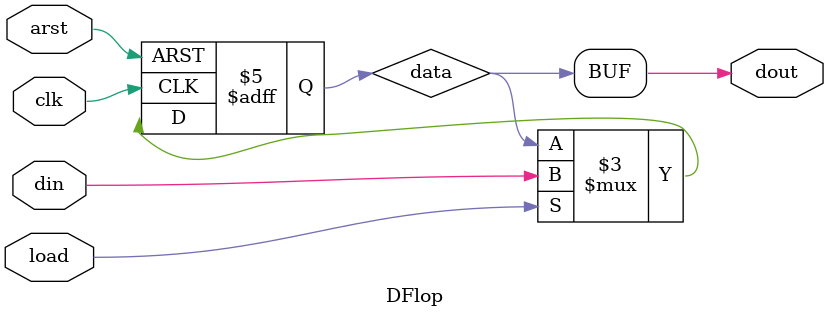
<source format=v>
/*--  *******************************************************
--  Computer Architecture Course, Laboratory Sources 
--  Amirkabir University of Technology (Tehran Polytechnic)
--  Department of Computer Engineering (CE-AUT)
--  https://ce[dot]aut[dot]ac[dot]ir
--  *******************************************************
--  All Rights reserved (C) 2019-2020
--  *******************************************************
--  Student ID  : 
--  Student Name: 
--  Student Mail: 
--  *******************************************************
--  Additional Comments:
--
--*/

/*-----------------------------------------------------------
---  Module Name: Light Dance
---  Description: Module5:
-----------------------------------------------------------*/
`timescale 1 ns/1 ns

module DFlop (
	input  arst  , // async reset
	input  clk   , // clock posedge
	input  din   , // data  in
	input  load  , // data  load 
	output dout    // data  out
);

	reg data;

    always @(posedge clk or posedge arst) 
    begin

        if (arst)
            data = 1'b0;
        else
            if (load)
                data = din;
    end

    assign dout = data;

endmodule

</source>
